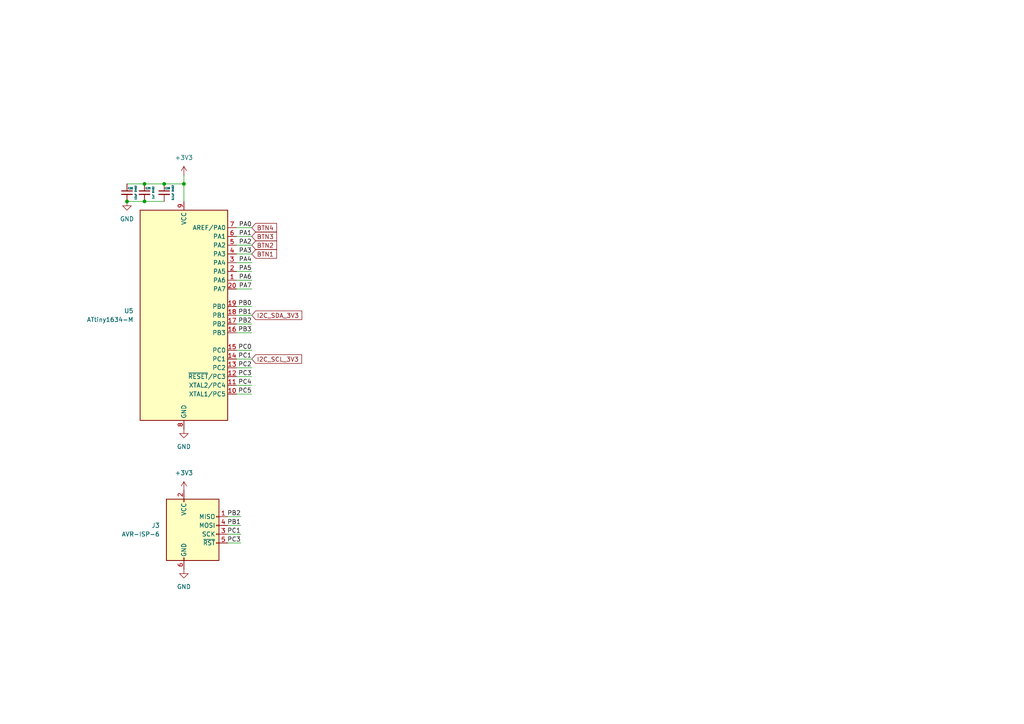
<source format=kicad_sch>
(kicad_sch (version 20231120) (generator "eeschema") (generator_version "8.0")
  (paper "A4")
  (lib_symbols
    (symbol "Connector:AVR-ISP-6" (pin_names (offset 1.016))
      (property "Reference" "J" (at -6.35 11.43 0))
      (property "Value" "AVR-ISP-6" (at 0 11.43 0))
      (symbol "AVR-ISP-6_0_1"
        (rectangle (start -2.667 -6.858) (end -2.413 -7.62))
        (rectangle (start -2.667 10.16) (end -2.413 9.398))
        (rectangle (start 7.62 -2.413) (end 6.858 -2.667))
        (rectangle (start 7.62 0.127) (end 6.858 -0.127))
        (rectangle (start 7.62 2.667) (end 6.858 2.413))
        (rectangle (start 7.62 5.207) (end 6.858 4.953))
        (rectangle (start 7.62 10.16) (end -7.62 -7.62) (stroke (width 0.254)) (fill (type background)))
      )
      (symbol "AVR-ISP-6_1_1"
        (pin passive line (at 10.16 5.08 180) (length 2.54) (name "MISO") (number "1"))
        (pin passive line (at -2.54 12.7 270) (length 2.54) (name "VCC") (number "2"))
        (pin passive line (at 10.16 0 180) (length 2.54) (name "SCK") (number "3"))
        (pin passive line (at 10.16 2.54 180) (length 2.54) (name "MOSI") (number "4"))
        (pin passive line (at 10.16 -2.54 180) (length 2.54) (name "~{RST}") (number "5"))
        (pin passive line (at -2.54 -10.16 90) (length 2.54) (name "GND") (number "6"))
      )
    )
    (symbol "Device:C_Small" (pin_numbers hide) (pin_names (offset 0.254) hide)
      (property "Reference" "C" (at 0.254 1.778 0))
      (property "Value" "C_Small" (at 0.254 -2.032 0))
      (symbol "C_Small_0_1"
        (polyline (pts (xy -1.524 -0.508) (xy 1.524 -0.508)) (stroke (width 0.3302)))
        (polyline (pts (xy -1.524 0.508) (xy 1.524 0.508)) (stroke (width 0.3048)))
      )
      (symbol "C_Small_1_1"
        (pin passive line (at 0 2.54 270) (length 2.032) (name "~") (number "1"))
        (pin passive line (at 0 -2.54 90) (length 2.032) (name "~") (number "2"))
      )
    )
    (symbol "MCU_Microchip_ATtiny:ATtiny1634-M"
      (property "Reference" "U" (at -12.7 31.75 0))
      (property "Value" "ATtiny1634-M" (at 2.54 -31.75 0))
      (symbol "ATtiny1634-M_0_1"
        (rectangle (start -12.7 -30.48) (end 12.7 30.48) (stroke (width 0.254)) (fill (type background)))
      )
      (symbol "ATtiny1634-M_1_1"
        (pin bidirectional line (at 15.24 10.16 180) (length 2.54) (name "PA6") (number "1"))
        (pin bidirectional line (at 15.24 -22.86 180) (length 2.54) (name "XTAL1/PC5") (number "10"))
        (pin bidirectional line (at 15.24 -20.32 180) (length 2.54) (name "XTAL2/PC4") (number "11"))
        (pin bidirectional line (at 15.24 -17.78 180) (length 2.54) (name "~{RESET}/PC3") (number "12"))
        (pin bidirectional line (at 15.24 -15.24 180) (length 2.54) (name "PC2") (number "13"))
        (pin bidirectional line (at 15.24 -12.7 180) (length 2.54) (name "PC1") (number "14"))
        (pin bidirectional line (at 15.24 -10.16 180) (length 2.54) (name "PC0") (number "15"))
        (pin bidirectional line (at 15.24 -5.08 180) (length 2.54) (name "PB3") (number "16"))
        (pin bidirectional line (at 15.24 -2.54 180) (length 2.54) (name "PB2") (number "17"))
        (pin bidirectional line (at 15.24 0 180) (length 2.54) (name "PB1") (number "18"))
        (pin bidirectional line (at 15.24 2.54 180) (length 2.54) (name "PB0") (number "19"))
        (pin bidirectional line (at 15.24 12.7 180) (length 2.54) (name "PA5") (number "2"))
        (pin bidirectional line (at 15.24 7.62 180) (length 2.54) (name "PA7") (number "20"))
        (pin passive line (at 0 -33.02 90) (length 2.54) hide (name "GND") (number "21"))
        (pin bidirectional line (at 15.24 15.24 180) (length 2.54) (name "PA4") (number "3"))
        (pin bidirectional line (at 15.24 17.78 180) (length 2.54) (name "PA3") (number "4"))
        (pin bidirectional line (at 15.24 20.32 180) (length 2.54) (name "PA2") (number "5"))
        (pin bidirectional line (at 15.24 22.86 180) (length 2.54) (name "PA1") (number "6"))
        (pin bidirectional line (at 15.24 25.4 180) (length 2.54) (name "AREF/PA0") (number "7"))
        (pin power_in line (at 0 -33.02 90) (length 2.54) (name "GND") (number "8"))
        (pin power_in line (at 0 33.02 270) (length 2.54) (name "VCC") (number "9"))
      )
    )
    (symbol "power:+3V3" (power) (pin_numbers hide) (pin_names (offset 0) hide)
      (property "Value" "+3V3" (at 0 3.556 0))
      (symbol "+3V3_0_1"
        (polyline (pts (xy -0.762 1.27) (xy 0 2.54)))
        (polyline (pts (xy 0 0) (xy 0 2.54)))
        (polyline (pts (xy 0 2.54) (xy 0.762 1.27)))
      )
      (symbol "+3V3_1_1"
        (pin power_in line (at 0 0 90) (length 0) (name "~") (number "1"))
      )
    )
    (symbol "power:GND" (power) (pin_numbers hide) (pin_names (offset 0) hide)
      (property "Value" "GND" (at 0 -3.81 0))
      (symbol "GND_0_1"
        (polyline (pts (xy 0 0) (xy 0 -1.27) (xy 1.27 -1.27) (xy 0 -2.54) (xy -1.27 -1.27) (xy 0 -1.27)))
      )
      (symbol "GND_1_1"
        (pin power_in line (at 0 0 270) (length 0) (name "~") (number "1"))
      )
    )
  )
  (junction (at 36.83 58.42))
  (junction (at 41.91 53.34))
  (junction (at 53.34 53.34))
  (junction (at 47.625 53.34))
  (junction (at 41.91 58.42))
  (wire (pts (xy 69.85 149.86) (xy 66.04 149.86)))
  (wire (pts (xy 73.025 111.76) (xy 68.58 111.76)))
  (wire (pts (xy 73.025 71.12) (xy 68.58 71.12)))
  (wire (pts (xy 36.83 53.34) (xy 41.91 53.34)))
  (wire (pts (xy 41.91 58.42) (xy 47.625 58.42)))
  (wire (pts (xy 73.025 114.3) (xy 68.58 114.3)))
  (wire (pts (xy 73.025 96.52) (xy 68.58 96.52)))
  (wire (pts (xy 73.025 68.58) (xy 68.58 68.58)))
  (wire (pts (xy 53.34 53.34) (xy 53.34 58.42)))
  (wire (pts (xy 73.025 106.68) (xy 68.58 106.68)))
  (wire (pts (xy 73.025 66.04) (xy 68.58 66.04)))
  (wire (pts (xy 41.91 53.34) (xy 47.625 53.34)))
  (wire (pts (xy 73.025 109.22) (xy 68.58 109.22)))
  (wire (pts (xy 73.025 73.66) (xy 68.58 73.66)))
  (wire (pts (xy 69.85 152.4) (xy 66.04 152.4)))
  (wire (pts (xy 73.025 88.9) (xy 68.58 88.9)))
  (wire (pts (xy 73.025 101.6) (xy 68.58 101.6)))
  (wire (pts (xy 36.83 58.42) (xy 41.91 58.42)))
  (wire (pts (xy 69.85 157.48) (xy 66.04 157.48)))
  (wire (pts (xy 53.34 50.8) (xy 53.34 53.34)))
  (wire (pts (xy 73.025 83.82) (xy 68.58 83.82)))
  (wire (pts (xy 73.025 81.28) (xy 68.58 81.28)))
  (wire (pts (xy 69.85 154.94) (xy 66.04 154.94)))
  (wire (pts (xy 73.025 93.98) (xy 68.58 93.98)))
  (wire (pts (xy 73.025 76.2) (xy 68.58 76.2)))
  (wire (pts (xy 73.025 91.44) (xy 68.58 91.44)))
  (wire (pts (xy 47.625 53.34) (xy 53.34 53.34)))
  (wire (pts (xy 73.025 78.74) (xy 68.58 78.74)))
  (wire (pts (xy 73.025 104.14) (xy 68.58 104.14)))
  (label "PC1" (at 69.85 154.94 180))
  (label "PB0" (at 73.025 88.9 180))
  (label "PC3" (at 69.85 157.48 180))
  (label "PB2" (at 73.025 93.98 180))
  (label "PC3" (at 73.025 109.22 180))
  (label "PC1" (at 73.025 104.14 180))
  (label "PA7" (at 73.025 83.82 180))
  (label "PA3" (at 73.025 73.66 180))
  (label "PA0" (at 73.025 66.04 180))
  (label "PA2" (at 73.025 71.12 180))
  (label "PB1" (at 69.85 152.4 180))
  (label "PC0" (at 73.025 101.6 180))
  (label "PC5" (at 73.025 114.3 180))
  (label "PA6" (at 73.025 81.28 180))
  (label "PA4" (at 73.025 76.2 180))
  (label "PA5" (at 73.025 78.74 180))
  (label "PB1" (at 73.025 91.44 180))
  (label "PC4" (at 73.025 111.76 180))
  (label "PB2" (at 69.85 149.86 180))
  (label "PC2" (at 73.025 106.68 180))
  (label "PA1" (at 73.025 68.58 180))
  (label "PB3" (at 73.025 96.52 180))
  (global_label "BTN3" (shape input) (at 73.025 68.58 0) (property "Intersheetrefs" "${INTERSHEET_REFS}" (effects (hide yes))))
  (global_label "I2C_SCL_3V3" (shape input) (at 73.025 104.14 0) (property "Intersheetrefs" "${INTERSHEET_REFS}" (effects (hide yes))))
  (global_label "BTN4" (shape input) (at 73.025 66.04 0) (property "Intersheetrefs" "${INTERSHEET_REFS}" (effects (hide yes))))
  (global_label "BTN1" (shape input) (at 73.025 73.66 0) (property "Intersheetrefs" "${INTERSHEET_REFS}" (effects (hide yes))))
  (global_label "BTN2" (shape input) (at 73.025 71.12 0) (property "Intersheetrefs" "${INTERSHEET_REFS}" (effects (hide yes))))
  (global_label "I2C_SDA_3V3" (shape input) (at 73.025 91.44 0) (property "Intersheetrefs" "${INTERSHEET_REFS}" (effects (hide yes))))
  (symbol (lib_id "power:GND") (at 53.34 124.46 0) (unit 1)
    (property "Reference" "#PWR056" (effects (hide yes)))
    (property "Value" "GND" (at 53.34 129.54 0))
    (property "Description" "Power symbol creates a global label with name \"GND\" , ground" (effects (hide yes)))
  )
  (symbol (lib_id "Device:C_Small") (at 41.91 55.88 0) (unit 1)
    (property "Reference" "C29" (at 42.164 54.61 0) (effects (font (size 0.508 0.508)) (justify left)))
    (property "Value" "1uF 0402" (at 44.45 55.88 90) (effects (font (size 0.5 0.5))))
    (property "Footprint" "Capacitor_SMD:C_0402_1005Metric" (effects (hide yes)))
  )
  (symbol (lib_id "power:+3V3") (at 53.34 142.24 0) (unit 1)
    (property "Reference" "#PWR012" (effects (hide yes)))
    (property "Value" "+3V3" (at 53.34 137.16 0))
    (property "Description" "Power symbol creates a global label with name \"+3V3\"" (effects (hide yes)))
  )
  (symbol (lib_id "Connector:AVR-ISP-6") (at 55.88 154.94 0) (unit 1)
    (property "Reference" "J3" (at 46.355 152.3999 0) (effects (justify right)))
    (property "Value" "AVR-ISP-6" (at 46.355 154.9399 0) (effects (justify right)))
    (property "Footprint" "Connector_IDC:IDC-Header_2x03_P2.54mm_Vertical" (effects (hide yes)))
    (property "Description" "Atmel 6-pin ISP connector" (effects (hide yes)))
  )
  (symbol (lib_id "power:GND") (at 53.34 165.1 0) (unit 1)
    (property "Reference" "#PWR053" (effects (hide yes)))
    (property "Value" "GND" (at 53.34 170.18 0))
    (property "Description" "Power symbol creates a global label with name \"GND\" , ground" (effects (hide yes)))
  )
  (symbol (lib_id "power:GND") (at 36.83 58.42 0) (unit 1)
    (property "Reference" "#PWR022" (effects (hide yes)))
    (property "Value" "GND" (at 36.83 63.5 0))
    (property "Description" "Power symbol creates a global label with name \"GND\" , ground" (effects (hide yes)))
  )
  (symbol (lib_id "Device:C_Small") (at 47.625 55.88 0) (unit 1)
    (property "Reference" "C28" (at 47.752 54.61 0) (effects (font (size 0.508 0.508)) (justify left)))
    (property "Value" "0.1uF 0402" (at 50.165 55.88 90) (effects (font (size 0.5 0.5))))
    (property "Footprint" "Capacitor_SMD:C_0402_1005Metric" (effects (hide yes)))
  )
  (symbol (lib_id "Device:C_Small") (at 36.83 55.88 0) (unit 1)
    (property "Reference" "C30" (at 37.084 54.61 0) (effects (font (size 0.508 0.508)) (justify left)))
    (property "Value" "10uF 0402" (at 39.37 55.88 90) (effects (font (size 0.5 0.5))))
    (property "Footprint" "Capacitor_SMD:C_0402_1005Metric" (effects (hide yes)))
  )
  (symbol (lib_id "power:+3V3") (at 53.34 50.8 0) (unit 1)
    (property "Reference" "#PWR019" (effects (hide yes)))
    (property "Value" "+3V3" (at 53.34 45.72 0))
    (property "Description" "Power symbol creates a global label with name \"+3V3\"" (effects (hide yes)))
  )
  (symbol (lib_id "MCU_Microchip_ATtiny:ATtiny1634-M") (at 53.34 91.44 0) (unit 1)
    (property "Reference" "U5" (at 38.735 90.1699 0) (effects (justify right)))
    (property "Value" "ATtiny1634-M" (at 38.735 92.7099 0) (effects (justify right)))
    (property "Footprint" "Package_DFN_QFN:QFN-20-1EP_4x4mm_P0.5mm_EP2.6x2.6mm" (effects (hide yes)))
    (property "Datasheet" "http://ww1.microchip.com/downloads/en/DeviceDoc/Atmel-8303-8-bit-AVR-Microcontroller-tinyAVR-ATtiny1634_Datasheet.pdf" (effects (hide yes)))
    (property "Description" "12MHz, 16kB Flash, 1kB SRAM, 256B EEPROM, ADC, ACI, debugWIRE, QFN-20" (effects (hide yes)))
  )
)
</source>
